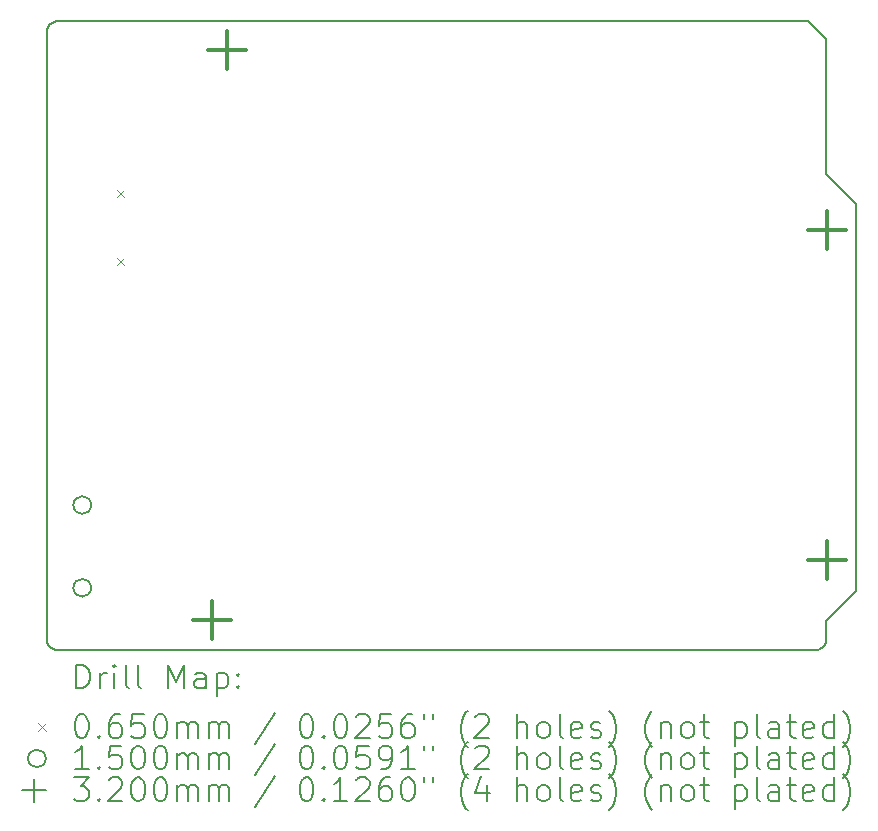
<source format=gbr>
%FSLAX45Y45*%
G04 Gerber Fmt 4.5, Leading zero omitted, Abs format (unit mm)*
G04 Created by KiCad (PCBNEW (6.0.1-0)) date 2023-01-23 19:01:23*
%MOMM*%
%LPD*%
G01*
G04 APERTURE LIST*
%TA.AperFunction,Profile*%
%ADD10C,0.200000*%
%TD*%
%ADD11C,0.200000*%
%ADD12C,0.065000*%
%ADD13C,0.150000*%
%ADD14C,0.320000*%
G04 APERTURE END LIST*
D10*
X8162936Y-7288295D02*
X8179864Y-7267135D01*
X15003702Y-8786365D02*
X15003702Y-12059692D01*
X8150241Y-12468064D02*
X8150241Y-7339077D01*
X8224298Y-7241744D02*
X8249689Y-7237513D01*
X14749792Y-12313602D02*
X14749792Y-12468064D01*
X14675735Y-12563281D02*
X14650344Y-12567513D01*
X14749792Y-12468064D02*
X14745560Y-12493455D01*
X8201023Y-12554817D02*
X8179864Y-12537890D01*
X8201023Y-7252324D02*
X8224298Y-7241744D01*
X8249689Y-12567513D02*
X8224298Y-12563281D01*
X8154473Y-7311570D02*
X8162936Y-7288295D01*
X15003702Y-12059692D02*
X14749792Y-12313602D01*
X8224298Y-12563281D02*
X8201023Y-12554817D01*
X14699010Y-12554817D02*
X14675735Y-12563281D01*
X14720169Y-12537890D02*
X14699010Y-12554817D01*
X8154473Y-12493455D02*
X8150241Y-12468064D01*
X8179864Y-7267135D02*
X8201023Y-7252324D01*
X8249689Y-7237513D02*
X14597446Y-7237513D01*
X8162936Y-12516731D02*
X8154473Y-12493455D01*
X14650344Y-12567513D02*
X8249689Y-12567513D01*
X14749792Y-7389859D02*
X14749792Y-8532455D01*
X8179864Y-12537890D02*
X8162936Y-12516731D01*
X14737097Y-12516731D02*
X14720169Y-12537890D01*
X14597446Y-7237513D02*
X14749792Y-7389859D01*
X14749792Y-8532455D02*
X15003702Y-8786365D01*
X14745560Y-12493455D02*
X14737097Y-12516731D01*
X8150241Y-7339077D02*
X8154473Y-7311570D01*
D11*
D12*
X8740600Y-8664800D02*
X8805600Y-8729800D01*
X8805600Y-8664800D02*
X8740600Y-8729800D01*
X8740600Y-9242800D02*
X8805600Y-9307800D01*
X8805600Y-9242800D02*
X8740600Y-9307800D01*
D13*
X8524100Y-11336300D02*
G75*
G03*
X8524100Y-11336300I-75000J0D01*
G01*
X8524100Y-12036300D02*
G75*
G03*
X8524100Y-12036300I-75000J0D01*
G01*
D14*
X9548600Y-12152300D02*
X9548600Y-12472300D01*
X9388600Y-12312300D02*
X9708600Y-12312300D01*
X9675600Y-7326300D02*
X9675600Y-7646300D01*
X9515600Y-7486300D02*
X9835600Y-7486300D01*
X14755600Y-8850300D02*
X14755600Y-9170300D01*
X14595600Y-9010300D02*
X14915600Y-9010300D01*
X14755600Y-11644300D02*
X14755600Y-11964300D01*
X14595600Y-11804300D02*
X14915600Y-11804300D01*
D11*
X8397860Y-12887989D02*
X8397860Y-12687989D01*
X8445479Y-12687989D01*
X8474050Y-12697513D01*
X8493098Y-12716560D01*
X8502622Y-12735608D01*
X8512146Y-12773703D01*
X8512146Y-12802274D01*
X8502622Y-12840370D01*
X8493098Y-12859417D01*
X8474050Y-12878465D01*
X8445479Y-12887989D01*
X8397860Y-12887989D01*
X8597860Y-12887989D02*
X8597860Y-12754655D01*
X8597860Y-12792751D02*
X8607384Y-12773703D01*
X8616907Y-12764179D01*
X8635955Y-12754655D01*
X8655003Y-12754655D01*
X8721669Y-12887989D02*
X8721669Y-12754655D01*
X8721669Y-12687989D02*
X8712146Y-12697513D01*
X8721669Y-12707036D01*
X8731193Y-12697513D01*
X8721669Y-12687989D01*
X8721669Y-12707036D01*
X8845479Y-12887989D02*
X8826431Y-12878465D01*
X8816907Y-12859417D01*
X8816907Y-12687989D01*
X8950241Y-12887989D02*
X8931193Y-12878465D01*
X8921669Y-12859417D01*
X8921669Y-12687989D01*
X9178812Y-12887989D02*
X9178812Y-12687989D01*
X9245479Y-12830846D01*
X9312146Y-12687989D01*
X9312146Y-12887989D01*
X9493098Y-12887989D02*
X9493098Y-12783227D01*
X9483574Y-12764179D01*
X9464527Y-12754655D01*
X9426431Y-12754655D01*
X9407384Y-12764179D01*
X9493098Y-12878465D02*
X9474050Y-12887989D01*
X9426431Y-12887989D01*
X9407384Y-12878465D01*
X9397860Y-12859417D01*
X9397860Y-12840370D01*
X9407384Y-12821322D01*
X9426431Y-12811798D01*
X9474050Y-12811798D01*
X9493098Y-12802274D01*
X9588336Y-12754655D02*
X9588336Y-12954655D01*
X9588336Y-12764179D02*
X9607384Y-12754655D01*
X9645479Y-12754655D01*
X9664527Y-12764179D01*
X9674050Y-12773703D01*
X9683574Y-12792751D01*
X9683574Y-12849893D01*
X9674050Y-12868941D01*
X9664527Y-12878465D01*
X9645479Y-12887989D01*
X9607384Y-12887989D01*
X9588336Y-12878465D01*
X9769288Y-12868941D02*
X9778812Y-12878465D01*
X9769288Y-12887989D01*
X9759765Y-12878465D01*
X9769288Y-12868941D01*
X9769288Y-12887989D01*
X9769288Y-12764179D02*
X9778812Y-12773703D01*
X9769288Y-12783227D01*
X9759765Y-12773703D01*
X9769288Y-12764179D01*
X9769288Y-12783227D01*
D12*
X8075241Y-13185013D02*
X8140241Y-13250013D01*
X8140241Y-13185013D02*
X8075241Y-13250013D01*
D11*
X8435955Y-13107989D02*
X8455003Y-13107989D01*
X8474050Y-13117513D01*
X8483574Y-13127036D01*
X8493098Y-13146084D01*
X8502622Y-13184179D01*
X8502622Y-13231798D01*
X8493098Y-13269893D01*
X8483574Y-13288941D01*
X8474050Y-13298465D01*
X8455003Y-13307989D01*
X8435955Y-13307989D01*
X8416907Y-13298465D01*
X8407384Y-13288941D01*
X8397860Y-13269893D01*
X8388336Y-13231798D01*
X8388336Y-13184179D01*
X8397860Y-13146084D01*
X8407384Y-13127036D01*
X8416907Y-13117513D01*
X8435955Y-13107989D01*
X8588336Y-13288941D02*
X8597860Y-13298465D01*
X8588336Y-13307989D01*
X8578812Y-13298465D01*
X8588336Y-13288941D01*
X8588336Y-13307989D01*
X8769288Y-13107989D02*
X8731193Y-13107989D01*
X8712146Y-13117513D01*
X8702622Y-13127036D01*
X8683574Y-13155608D01*
X8674050Y-13193703D01*
X8674050Y-13269893D01*
X8683574Y-13288941D01*
X8693098Y-13298465D01*
X8712146Y-13307989D01*
X8750241Y-13307989D01*
X8769288Y-13298465D01*
X8778812Y-13288941D01*
X8788336Y-13269893D01*
X8788336Y-13222274D01*
X8778812Y-13203227D01*
X8769288Y-13193703D01*
X8750241Y-13184179D01*
X8712146Y-13184179D01*
X8693098Y-13193703D01*
X8683574Y-13203227D01*
X8674050Y-13222274D01*
X8969288Y-13107989D02*
X8874050Y-13107989D01*
X8864527Y-13203227D01*
X8874050Y-13193703D01*
X8893098Y-13184179D01*
X8940717Y-13184179D01*
X8959765Y-13193703D01*
X8969288Y-13203227D01*
X8978812Y-13222274D01*
X8978812Y-13269893D01*
X8969288Y-13288941D01*
X8959765Y-13298465D01*
X8940717Y-13307989D01*
X8893098Y-13307989D01*
X8874050Y-13298465D01*
X8864527Y-13288941D01*
X9102622Y-13107989D02*
X9121669Y-13107989D01*
X9140717Y-13117513D01*
X9150241Y-13127036D01*
X9159765Y-13146084D01*
X9169288Y-13184179D01*
X9169288Y-13231798D01*
X9159765Y-13269893D01*
X9150241Y-13288941D01*
X9140717Y-13298465D01*
X9121669Y-13307989D01*
X9102622Y-13307989D01*
X9083574Y-13298465D01*
X9074050Y-13288941D01*
X9064527Y-13269893D01*
X9055003Y-13231798D01*
X9055003Y-13184179D01*
X9064527Y-13146084D01*
X9074050Y-13127036D01*
X9083574Y-13117513D01*
X9102622Y-13107989D01*
X9255003Y-13307989D02*
X9255003Y-13174655D01*
X9255003Y-13193703D02*
X9264527Y-13184179D01*
X9283574Y-13174655D01*
X9312146Y-13174655D01*
X9331193Y-13184179D01*
X9340717Y-13203227D01*
X9340717Y-13307989D01*
X9340717Y-13203227D02*
X9350241Y-13184179D01*
X9369288Y-13174655D01*
X9397860Y-13174655D01*
X9416907Y-13184179D01*
X9426431Y-13203227D01*
X9426431Y-13307989D01*
X9521669Y-13307989D02*
X9521669Y-13174655D01*
X9521669Y-13193703D02*
X9531193Y-13184179D01*
X9550241Y-13174655D01*
X9578812Y-13174655D01*
X9597860Y-13184179D01*
X9607384Y-13203227D01*
X9607384Y-13307989D01*
X9607384Y-13203227D02*
X9616907Y-13184179D01*
X9635955Y-13174655D01*
X9664527Y-13174655D01*
X9683574Y-13184179D01*
X9693098Y-13203227D01*
X9693098Y-13307989D01*
X10083574Y-13098465D02*
X9912146Y-13355608D01*
X10340717Y-13107989D02*
X10359765Y-13107989D01*
X10378812Y-13117513D01*
X10388336Y-13127036D01*
X10397860Y-13146084D01*
X10407384Y-13184179D01*
X10407384Y-13231798D01*
X10397860Y-13269893D01*
X10388336Y-13288941D01*
X10378812Y-13298465D01*
X10359765Y-13307989D01*
X10340717Y-13307989D01*
X10321669Y-13298465D01*
X10312146Y-13288941D01*
X10302622Y-13269893D01*
X10293098Y-13231798D01*
X10293098Y-13184179D01*
X10302622Y-13146084D01*
X10312146Y-13127036D01*
X10321669Y-13117513D01*
X10340717Y-13107989D01*
X10493098Y-13288941D02*
X10502622Y-13298465D01*
X10493098Y-13307989D01*
X10483574Y-13298465D01*
X10493098Y-13288941D01*
X10493098Y-13307989D01*
X10626431Y-13107989D02*
X10645479Y-13107989D01*
X10664527Y-13117513D01*
X10674050Y-13127036D01*
X10683574Y-13146084D01*
X10693098Y-13184179D01*
X10693098Y-13231798D01*
X10683574Y-13269893D01*
X10674050Y-13288941D01*
X10664527Y-13298465D01*
X10645479Y-13307989D01*
X10626431Y-13307989D01*
X10607384Y-13298465D01*
X10597860Y-13288941D01*
X10588336Y-13269893D01*
X10578812Y-13231798D01*
X10578812Y-13184179D01*
X10588336Y-13146084D01*
X10597860Y-13127036D01*
X10607384Y-13117513D01*
X10626431Y-13107989D01*
X10769288Y-13127036D02*
X10778812Y-13117513D01*
X10797860Y-13107989D01*
X10845479Y-13107989D01*
X10864527Y-13117513D01*
X10874050Y-13127036D01*
X10883574Y-13146084D01*
X10883574Y-13165132D01*
X10874050Y-13193703D01*
X10759765Y-13307989D01*
X10883574Y-13307989D01*
X11064527Y-13107989D02*
X10969288Y-13107989D01*
X10959765Y-13203227D01*
X10969288Y-13193703D01*
X10988336Y-13184179D01*
X11035955Y-13184179D01*
X11055003Y-13193703D01*
X11064527Y-13203227D01*
X11074050Y-13222274D01*
X11074050Y-13269893D01*
X11064527Y-13288941D01*
X11055003Y-13298465D01*
X11035955Y-13307989D01*
X10988336Y-13307989D01*
X10969288Y-13298465D01*
X10959765Y-13288941D01*
X11245479Y-13107989D02*
X11207384Y-13107989D01*
X11188336Y-13117513D01*
X11178812Y-13127036D01*
X11159765Y-13155608D01*
X11150241Y-13193703D01*
X11150241Y-13269893D01*
X11159765Y-13288941D01*
X11169288Y-13298465D01*
X11188336Y-13307989D01*
X11226431Y-13307989D01*
X11245479Y-13298465D01*
X11255003Y-13288941D01*
X11264526Y-13269893D01*
X11264526Y-13222274D01*
X11255003Y-13203227D01*
X11245479Y-13193703D01*
X11226431Y-13184179D01*
X11188336Y-13184179D01*
X11169288Y-13193703D01*
X11159765Y-13203227D01*
X11150241Y-13222274D01*
X11340717Y-13107989D02*
X11340717Y-13146084D01*
X11416907Y-13107989D02*
X11416907Y-13146084D01*
X11712145Y-13384179D02*
X11702622Y-13374655D01*
X11683574Y-13346084D01*
X11674050Y-13327036D01*
X11664526Y-13298465D01*
X11655003Y-13250846D01*
X11655003Y-13212751D01*
X11664526Y-13165132D01*
X11674050Y-13136560D01*
X11683574Y-13117513D01*
X11702622Y-13088941D01*
X11712145Y-13079417D01*
X11778812Y-13127036D02*
X11788336Y-13117513D01*
X11807384Y-13107989D01*
X11855003Y-13107989D01*
X11874050Y-13117513D01*
X11883574Y-13127036D01*
X11893098Y-13146084D01*
X11893098Y-13165132D01*
X11883574Y-13193703D01*
X11769288Y-13307989D01*
X11893098Y-13307989D01*
X12131193Y-13307989D02*
X12131193Y-13107989D01*
X12216907Y-13307989D02*
X12216907Y-13203227D01*
X12207384Y-13184179D01*
X12188336Y-13174655D01*
X12159765Y-13174655D01*
X12140717Y-13184179D01*
X12131193Y-13193703D01*
X12340717Y-13307989D02*
X12321669Y-13298465D01*
X12312145Y-13288941D01*
X12302622Y-13269893D01*
X12302622Y-13212751D01*
X12312145Y-13193703D01*
X12321669Y-13184179D01*
X12340717Y-13174655D01*
X12369288Y-13174655D01*
X12388336Y-13184179D01*
X12397860Y-13193703D01*
X12407384Y-13212751D01*
X12407384Y-13269893D01*
X12397860Y-13288941D01*
X12388336Y-13298465D01*
X12369288Y-13307989D01*
X12340717Y-13307989D01*
X12521669Y-13307989D02*
X12502622Y-13298465D01*
X12493098Y-13279417D01*
X12493098Y-13107989D01*
X12674050Y-13298465D02*
X12655003Y-13307989D01*
X12616907Y-13307989D01*
X12597860Y-13298465D01*
X12588336Y-13279417D01*
X12588336Y-13203227D01*
X12597860Y-13184179D01*
X12616907Y-13174655D01*
X12655003Y-13174655D01*
X12674050Y-13184179D01*
X12683574Y-13203227D01*
X12683574Y-13222274D01*
X12588336Y-13241322D01*
X12759765Y-13298465D02*
X12778812Y-13307989D01*
X12816907Y-13307989D01*
X12835955Y-13298465D01*
X12845479Y-13279417D01*
X12845479Y-13269893D01*
X12835955Y-13250846D01*
X12816907Y-13241322D01*
X12788336Y-13241322D01*
X12769288Y-13231798D01*
X12759765Y-13212751D01*
X12759765Y-13203227D01*
X12769288Y-13184179D01*
X12788336Y-13174655D01*
X12816907Y-13174655D01*
X12835955Y-13184179D01*
X12912145Y-13384179D02*
X12921669Y-13374655D01*
X12940717Y-13346084D01*
X12950241Y-13327036D01*
X12959765Y-13298465D01*
X12969288Y-13250846D01*
X12969288Y-13212751D01*
X12959765Y-13165132D01*
X12950241Y-13136560D01*
X12940717Y-13117513D01*
X12921669Y-13088941D01*
X12912145Y-13079417D01*
X13274050Y-13384179D02*
X13264526Y-13374655D01*
X13245479Y-13346084D01*
X13235955Y-13327036D01*
X13226431Y-13298465D01*
X13216907Y-13250846D01*
X13216907Y-13212751D01*
X13226431Y-13165132D01*
X13235955Y-13136560D01*
X13245479Y-13117513D01*
X13264526Y-13088941D01*
X13274050Y-13079417D01*
X13350241Y-13174655D02*
X13350241Y-13307989D01*
X13350241Y-13193703D02*
X13359765Y-13184179D01*
X13378812Y-13174655D01*
X13407384Y-13174655D01*
X13426431Y-13184179D01*
X13435955Y-13203227D01*
X13435955Y-13307989D01*
X13559765Y-13307989D02*
X13540717Y-13298465D01*
X13531193Y-13288941D01*
X13521669Y-13269893D01*
X13521669Y-13212751D01*
X13531193Y-13193703D01*
X13540717Y-13184179D01*
X13559765Y-13174655D01*
X13588336Y-13174655D01*
X13607384Y-13184179D01*
X13616907Y-13193703D01*
X13626431Y-13212751D01*
X13626431Y-13269893D01*
X13616907Y-13288941D01*
X13607384Y-13298465D01*
X13588336Y-13307989D01*
X13559765Y-13307989D01*
X13683574Y-13174655D02*
X13759765Y-13174655D01*
X13712145Y-13107989D02*
X13712145Y-13279417D01*
X13721669Y-13298465D01*
X13740717Y-13307989D01*
X13759765Y-13307989D01*
X13978812Y-13174655D02*
X13978812Y-13374655D01*
X13978812Y-13184179D02*
X13997860Y-13174655D01*
X14035955Y-13174655D01*
X14055003Y-13184179D01*
X14064526Y-13193703D01*
X14074050Y-13212751D01*
X14074050Y-13269893D01*
X14064526Y-13288941D01*
X14055003Y-13298465D01*
X14035955Y-13307989D01*
X13997860Y-13307989D01*
X13978812Y-13298465D01*
X14188336Y-13307989D02*
X14169288Y-13298465D01*
X14159765Y-13279417D01*
X14159765Y-13107989D01*
X14350241Y-13307989D02*
X14350241Y-13203227D01*
X14340717Y-13184179D01*
X14321669Y-13174655D01*
X14283574Y-13174655D01*
X14264526Y-13184179D01*
X14350241Y-13298465D02*
X14331193Y-13307989D01*
X14283574Y-13307989D01*
X14264526Y-13298465D01*
X14255003Y-13279417D01*
X14255003Y-13260370D01*
X14264526Y-13241322D01*
X14283574Y-13231798D01*
X14331193Y-13231798D01*
X14350241Y-13222274D01*
X14416907Y-13174655D02*
X14493098Y-13174655D01*
X14445479Y-13107989D02*
X14445479Y-13279417D01*
X14455003Y-13298465D01*
X14474050Y-13307989D01*
X14493098Y-13307989D01*
X14635955Y-13298465D02*
X14616907Y-13307989D01*
X14578812Y-13307989D01*
X14559765Y-13298465D01*
X14550241Y-13279417D01*
X14550241Y-13203227D01*
X14559765Y-13184179D01*
X14578812Y-13174655D01*
X14616907Y-13174655D01*
X14635955Y-13184179D01*
X14645479Y-13203227D01*
X14645479Y-13222274D01*
X14550241Y-13241322D01*
X14816907Y-13307989D02*
X14816907Y-13107989D01*
X14816907Y-13298465D02*
X14797860Y-13307989D01*
X14759765Y-13307989D01*
X14740717Y-13298465D01*
X14731193Y-13288941D01*
X14721669Y-13269893D01*
X14721669Y-13212751D01*
X14731193Y-13193703D01*
X14740717Y-13184179D01*
X14759765Y-13174655D01*
X14797860Y-13174655D01*
X14816907Y-13184179D01*
X14893098Y-13384179D02*
X14902622Y-13374655D01*
X14921669Y-13346084D01*
X14931193Y-13327036D01*
X14940717Y-13298465D01*
X14950241Y-13250846D01*
X14950241Y-13212751D01*
X14940717Y-13165132D01*
X14931193Y-13136560D01*
X14921669Y-13117513D01*
X14902622Y-13088941D01*
X14893098Y-13079417D01*
D13*
X8140241Y-13481513D02*
G75*
G03*
X8140241Y-13481513I-75000J0D01*
G01*
D11*
X8502622Y-13571989D02*
X8388336Y-13571989D01*
X8445479Y-13571989D02*
X8445479Y-13371989D01*
X8426431Y-13400560D01*
X8407384Y-13419608D01*
X8388336Y-13429132D01*
X8588336Y-13552941D02*
X8597860Y-13562465D01*
X8588336Y-13571989D01*
X8578812Y-13562465D01*
X8588336Y-13552941D01*
X8588336Y-13571989D01*
X8778812Y-13371989D02*
X8683574Y-13371989D01*
X8674050Y-13467227D01*
X8683574Y-13457703D01*
X8702622Y-13448179D01*
X8750241Y-13448179D01*
X8769288Y-13457703D01*
X8778812Y-13467227D01*
X8788336Y-13486274D01*
X8788336Y-13533893D01*
X8778812Y-13552941D01*
X8769288Y-13562465D01*
X8750241Y-13571989D01*
X8702622Y-13571989D01*
X8683574Y-13562465D01*
X8674050Y-13552941D01*
X8912146Y-13371989D02*
X8931193Y-13371989D01*
X8950241Y-13381513D01*
X8959765Y-13391036D01*
X8969288Y-13410084D01*
X8978812Y-13448179D01*
X8978812Y-13495798D01*
X8969288Y-13533893D01*
X8959765Y-13552941D01*
X8950241Y-13562465D01*
X8931193Y-13571989D01*
X8912146Y-13571989D01*
X8893098Y-13562465D01*
X8883574Y-13552941D01*
X8874050Y-13533893D01*
X8864527Y-13495798D01*
X8864527Y-13448179D01*
X8874050Y-13410084D01*
X8883574Y-13391036D01*
X8893098Y-13381513D01*
X8912146Y-13371989D01*
X9102622Y-13371989D02*
X9121669Y-13371989D01*
X9140717Y-13381513D01*
X9150241Y-13391036D01*
X9159765Y-13410084D01*
X9169288Y-13448179D01*
X9169288Y-13495798D01*
X9159765Y-13533893D01*
X9150241Y-13552941D01*
X9140717Y-13562465D01*
X9121669Y-13571989D01*
X9102622Y-13571989D01*
X9083574Y-13562465D01*
X9074050Y-13552941D01*
X9064527Y-13533893D01*
X9055003Y-13495798D01*
X9055003Y-13448179D01*
X9064527Y-13410084D01*
X9074050Y-13391036D01*
X9083574Y-13381513D01*
X9102622Y-13371989D01*
X9255003Y-13571989D02*
X9255003Y-13438655D01*
X9255003Y-13457703D02*
X9264527Y-13448179D01*
X9283574Y-13438655D01*
X9312146Y-13438655D01*
X9331193Y-13448179D01*
X9340717Y-13467227D01*
X9340717Y-13571989D01*
X9340717Y-13467227D02*
X9350241Y-13448179D01*
X9369288Y-13438655D01*
X9397860Y-13438655D01*
X9416907Y-13448179D01*
X9426431Y-13467227D01*
X9426431Y-13571989D01*
X9521669Y-13571989D02*
X9521669Y-13438655D01*
X9521669Y-13457703D02*
X9531193Y-13448179D01*
X9550241Y-13438655D01*
X9578812Y-13438655D01*
X9597860Y-13448179D01*
X9607384Y-13467227D01*
X9607384Y-13571989D01*
X9607384Y-13467227D02*
X9616907Y-13448179D01*
X9635955Y-13438655D01*
X9664527Y-13438655D01*
X9683574Y-13448179D01*
X9693098Y-13467227D01*
X9693098Y-13571989D01*
X10083574Y-13362465D02*
X9912146Y-13619608D01*
X10340717Y-13371989D02*
X10359765Y-13371989D01*
X10378812Y-13381513D01*
X10388336Y-13391036D01*
X10397860Y-13410084D01*
X10407384Y-13448179D01*
X10407384Y-13495798D01*
X10397860Y-13533893D01*
X10388336Y-13552941D01*
X10378812Y-13562465D01*
X10359765Y-13571989D01*
X10340717Y-13571989D01*
X10321669Y-13562465D01*
X10312146Y-13552941D01*
X10302622Y-13533893D01*
X10293098Y-13495798D01*
X10293098Y-13448179D01*
X10302622Y-13410084D01*
X10312146Y-13391036D01*
X10321669Y-13381513D01*
X10340717Y-13371989D01*
X10493098Y-13552941D02*
X10502622Y-13562465D01*
X10493098Y-13571989D01*
X10483574Y-13562465D01*
X10493098Y-13552941D01*
X10493098Y-13571989D01*
X10626431Y-13371989D02*
X10645479Y-13371989D01*
X10664527Y-13381513D01*
X10674050Y-13391036D01*
X10683574Y-13410084D01*
X10693098Y-13448179D01*
X10693098Y-13495798D01*
X10683574Y-13533893D01*
X10674050Y-13552941D01*
X10664527Y-13562465D01*
X10645479Y-13571989D01*
X10626431Y-13571989D01*
X10607384Y-13562465D01*
X10597860Y-13552941D01*
X10588336Y-13533893D01*
X10578812Y-13495798D01*
X10578812Y-13448179D01*
X10588336Y-13410084D01*
X10597860Y-13391036D01*
X10607384Y-13381513D01*
X10626431Y-13371989D01*
X10874050Y-13371989D02*
X10778812Y-13371989D01*
X10769288Y-13467227D01*
X10778812Y-13457703D01*
X10797860Y-13448179D01*
X10845479Y-13448179D01*
X10864527Y-13457703D01*
X10874050Y-13467227D01*
X10883574Y-13486274D01*
X10883574Y-13533893D01*
X10874050Y-13552941D01*
X10864527Y-13562465D01*
X10845479Y-13571989D01*
X10797860Y-13571989D01*
X10778812Y-13562465D01*
X10769288Y-13552941D01*
X10978812Y-13571989D02*
X11016907Y-13571989D01*
X11035955Y-13562465D01*
X11045479Y-13552941D01*
X11064527Y-13524370D01*
X11074050Y-13486274D01*
X11074050Y-13410084D01*
X11064527Y-13391036D01*
X11055003Y-13381513D01*
X11035955Y-13371989D01*
X10997860Y-13371989D01*
X10978812Y-13381513D01*
X10969288Y-13391036D01*
X10959765Y-13410084D01*
X10959765Y-13457703D01*
X10969288Y-13476751D01*
X10978812Y-13486274D01*
X10997860Y-13495798D01*
X11035955Y-13495798D01*
X11055003Y-13486274D01*
X11064527Y-13476751D01*
X11074050Y-13457703D01*
X11264526Y-13571989D02*
X11150241Y-13571989D01*
X11207384Y-13571989D02*
X11207384Y-13371989D01*
X11188336Y-13400560D01*
X11169288Y-13419608D01*
X11150241Y-13429132D01*
X11340717Y-13371989D02*
X11340717Y-13410084D01*
X11416907Y-13371989D02*
X11416907Y-13410084D01*
X11712145Y-13648179D02*
X11702622Y-13638655D01*
X11683574Y-13610084D01*
X11674050Y-13591036D01*
X11664526Y-13562465D01*
X11655003Y-13514846D01*
X11655003Y-13476751D01*
X11664526Y-13429132D01*
X11674050Y-13400560D01*
X11683574Y-13381513D01*
X11702622Y-13352941D01*
X11712145Y-13343417D01*
X11778812Y-13391036D02*
X11788336Y-13381513D01*
X11807384Y-13371989D01*
X11855003Y-13371989D01*
X11874050Y-13381513D01*
X11883574Y-13391036D01*
X11893098Y-13410084D01*
X11893098Y-13429132D01*
X11883574Y-13457703D01*
X11769288Y-13571989D01*
X11893098Y-13571989D01*
X12131193Y-13571989D02*
X12131193Y-13371989D01*
X12216907Y-13571989D02*
X12216907Y-13467227D01*
X12207384Y-13448179D01*
X12188336Y-13438655D01*
X12159765Y-13438655D01*
X12140717Y-13448179D01*
X12131193Y-13457703D01*
X12340717Y-13571989D02*
X12321669Y-13562465D01*
X12312145Y-13552941D01*
X12302622Y-13533893D01*
X12302622Y-13476751D01*
X12312145Y-13457703D01*
X12321669Y-13448179D01*
X12340717Y-13438655D01*
X12369288Y-13438655D01*
X12388336Y-13448179D01*
X12397860Y-13457703D01*
X12407384Y-13476751D01*
X12407384Y-13533893D01*
X12397860Y-13552941D01*
X12388336Y-13562465D01*
X12369288Y-13571989D01*
X12340717Y-13571989D01*
X12521669Y-13571989D02*
X12502622Y-13562465D01*
X12493098Y-13543417D01*
X12493098Y-13371989D01*
X12674050Y-13562465D02*
X12655003Y-13571989D01*
X12616907Y-13571989D01*
X12597860Y-13562465D01*
X12588336Y-13543417D01*
X12588336Y-13467227D01*
X12597860Y-13448179D01*
X12616907Y-13438655D01*
X12655003Y-13438655D01*
X12674050Y-13448179D01*
X12683574Y-13467227D01*
X12683574Y-13486274D01*
X12588336Y-13505322D01*
X12759765Y-13562465D02*
X12778812Y-13571989D01*
X12816907Y-13571989D01*
X12835955Y-13562465D01*
X12845479Y-13543417D01*
X12845479Y-13533893D01*
X12835955Y-13514846D01*
X12816907Y-13505322D01*
X12788336Y-13505322D01*
X12769288Y-13495798D01*
X12759765Y-13476751D01*
X12759765Y-13467227D01*
X12769288Y-13448179D01*
X12788336Y-13438655D01*
X12816907Y-13438655D01*
X12835955Y-13448179D01*
X12912145Y-13648179D02*
X12921669Y-13638655D01*
X12940717Y-13610084D01*
X12950241Y-13591036D01*
X12959765Y-13562465D01*
X12969288Y-13514846D01*
X12969288Y-13476751D01*
X12959765Y-13429132D01*
X12950241Y-13400560D01*
X12940717Y-13381513D01*
X12921669Y-13352941D01*
X12912145Y-13343417D01*
X13274050Y-13648179D02*
X13264526Y-13638655D01*
X13245479Y-13610084D01*
X13235955Y-13591036D01*
X13226431Y-13562465D01*
X13216907Y-13514846D01*
X13216907Y-13476751D01*
X13226431Y-13429132D01*
X13235955Y-13400560D01*
X13245479Y-13381513D01*
X13264526Y-13352941D01*
X13274050Y-13343417D01*
X13350241Y-13438655D02*
X13350241Y-13571989D01*
X13350241Y-13457703D02*
X13359765Y-13448179D01*
X13378812Y-13438655D01*
X13407384Y-13438655D01*
X13426431Y-13448179D01*
X13435955Y-13467227D01*
X13435955Y-13571989D01*
X13559765Y-13571989D02*
X13540717Y-13562465D01*
X13531193Y-13552941D01*
X13521669Y-13533893D01*
X13521669Y-13476751D01*
X13531193Y-13457703D01*
X13540717Y-13448179D01*
X13559765Y-13438655D01*
X13588336Y-13438655D01*
X13607384Y-13448179D01*
X13616907Y-13457703D01*
X13626431Y-13476751D01*
X13626431Y-13533893D01*
X13616907Y-13552941D01*
X13607384Y-13562465D01*
X13588336Y-13571989D01*
X13559765Y-13571989D01*
X13683574Y-13438655D02*
X13759765Y-13438655D01*
X13712145Y-13371989D02*
X13712145Y-13543417D01*
X13721669Y-13562465D01*
X13740717Y-13571989D01*
X13759765Y-13571989D01*
X13978812Y-13438655D02*
X13978812Y-13638655D01*
X13978812Y-13448179D02*
X13997860Y-13438655D01*
X14035955Y-13438655D01*
X14055003Y-13448179D01*
X14064526Y-13457703D01*
X14074050Y-13476751D01*
X14074050Y-13533893D01*
X14064526Y-13552941D01*
X14055003Y-13562465D01*
X14035955Y-13571989D01*
X13997860Y-13571989D01*
X13978812Y-13562465D01*
X14188336Y-13571989D02*
X14169288Y-13562465D01*
X14159765Y-13543417D01*
X14159765Y-13371989D01*
X14350241Y-13571989D02*
X14350241Y-13467227D01*
X14340717Y-13448179D01*
X14321669Y-13438655D01*
X14283574Y-13438655D01*
X14264526Y-13448179D01*
X14350241Y-13562465D02*
X14331193Y-13571989D01*
X14283574Y-13571989D01*
X14264526Y-13562465D01*
X14255003Y-13543417D01*
X14255003Y-13524370D01*
X14264526Y-13505322D01*
X14283574Y-13495798D01*
X14331193Y-13495798D01*
X14350241Y-13486274D01*
X14416907Y-13438655D02*
X14493098Y-13438655D01*
X14445479Y-13371989D02*
X14445479Y-13543417D01*
X14455003Y-13562465D01*
X14474050Y-13571989D01*
X14493098Y-13571989D01*
X14635955Y-13562465D02*
X14616907Y-13571989D01*
X14578812Y-13571989D01*
X14559765Y-13562465D01*
X14550241Y-13543417D01*
X14550241Y-13467227D01*
X14559765Y-13448179D01*
X14578812Y-13438655D01*
X14616907Y-13438655D01*
X14635955Y-13448179D01*
X14645479Y-13467227D01*
X14645479Y-13486274D01*
X14550241Y-13505322D01*
X14816907Y-13571989D02*
X14816907Y-13371989D01*
X14816907Y-13562465D02*
X14797860Y-13571989D01*
X14759765Y-13571989D01*
X14740717Y-13562465D01*
X14731193Y-13552941D01*
X14721669Y-13533893D01*
X14721669Y-13476751D01*
X14731193Y-13457703D01*
X14740717Y-13448179D01*
X14759765Y-13438655D01*
X14797860Y-13438655D01*
X14816907Y-13448179D01*
X14893098Y-13648179D02*
X14902622Y-13638655D01*
X14921669Y-13610084D01*
X14931193Y-13591036D01*
X14940717Y-13562465D01*
X14950241Y-13514846D01*
X14950241Y-13476751D01*
X14940717Y-13429132D01*
X14931193Y-13400560D01*
X14921669Y-13381513D01*
X14902622Y-13352941D01*
X14893098Y-13343417D01*
X8040241Y-13651513D02*
X8040241Y-13851513D01*
X7940241Y-13751513D02*
X8140241Y-13751513D01*
X8378812Y-13641989D02*
X8502622Y-13641989D01*
X8435955Y-13718179D01*
X8464527Y-13718179D01*
X8483574Y-13727703D01*
X8493098Y-13737227D01*
X8502622Y-13756274D01*
X8502622Y-13803893D01*
X8493098Y-13822941D01*
X8483574Y-13832465D01*
X8464527Y-13841989D01*
X8407384Y-13841989D01*
X8388336Y-13832465D01*
X8378812Y-13822941D01*
X8588336Y-13822941D02*
X8597860Y-13832465D01*
X8588336Y-13841989D01*
X8578812Y-13832465D01*
X8588336Y-13822941D01*
X8588336Y-13841989D01*
X8674050Y-13661036D02*
X8683574Y-13651513D01*
X8702622Y-13641989D01*
X8750241Y-13641989D01*
X8769288Y-13651513D01*
X8778812Y-13661036D01*
X8788336Y-13680084D01*
X8788336Y-13699132D01*
X8778812Y-13727703D01*
X8664527Y-13841989D01*
X8788336Y-13841989D01*
X8912146Y-13641989D02*
X8931193Y-13641989D01*
X8950241Y-13651513D01*
X8959765Y-13661036D01*
X8969288Y-13680084D01*
X8978812Y-13718179D01*
X8978812Y-13765798D01*
X8969288Y-13803893D01*
X8959765Y-13822941D01*
X8950241Y-13832465D01*
X8931193Y-13841989D01*
X8912146Y-13841989D01*
X8893098Y-13832465D01*
X8883574Y-13822941D01*
X8874050Y-13803893D01*
X8864527Y-13765798D01*
X8864527Y-13718179D01*
X8874050Y-13680084D01*
X8883574Y-13661036D01*
X8893098Y-13651513D01*
X8912146Y-13641989D01*
X9102622Y-13641989D02*
X9121669Y-13641989D01*
X9140717Y-13651513D01*
X9150241Y-13661036D01*
X9159765Y-13680084D01*
X9169288Y-13718179D01*
X9169288Y-13765798D01*
X9159765Y-13803893D01*
X9150241Y-13822941D01*
X9140717Y-13832465D01*
X9121669Y-13841989D01*
X9102622Y-13841989D01*
X9083574Y-13832465D01*
X9074050Y-13822941D01*
X9064527Y-13803893D01*
X9055003Y-13765798D01*
X9055003Y-13718179D01*
X9064527Y-13680084D01*
X9074050Y-13661036D01*
X9083574Y-13651513D01*
X9102622Y-13641989D01*
X9255003Y-13841989D02*
X9255003Y-13708655D01*
X9255003Y-13727703D02*
X9264527Y-13718179D01*
X9283574Y-13708655D01*
X9312146Y-13708655D01*
X9331193Y-13718179D01*
X9340717Y-13737227D01*
X9340717Y-13841989D01*
X9340717Y-13737227D02*
X9350241Y-13718179D01*
X9369288Y-13708655D01*
X9397860Y-13708655D01*
X9416907Y-13718179D01*
X9426431Y-13737227D01*
X9426431Y-13841989D01*
X9521669Y-13841989D02*
X9521669Y-13708655D01*
X9521669Y-13727703D02*
X9531193Y-13718179D01*
X9550241Y-13708655D01*
X9578812Y-13708655D01*
X9597860Y-13718179D01*
X9607384Y-13737227D01*
X9607384Y-13841989D01*
X9607384Y-13737227D02*
X9616907Y-13718179D01*
X9635955Y-13708655D01*
X9664527Y-13708655D01*
X9683574Y-13718179D01*
X9693098Y-13737227D01*
X9693098Y-13841989D01*
X10083574Y-13632465D02*
X9912146Y-13889608D01*
X10340717Y-13641989D02*
X10359765Y-13641989D01*
X10378812Y-13651513D01*
X10388336Y-13661036D01*
X10397860Y-13680084D01*
X10407384Y-13718179D01*
X10407384Y-13765798D01*
X10397860Y-13803893D01*
X10388336Y-13822941D01*
X10378812Y-13832465D01*
X10359765Y-13841989D01*
X10340717Y-13841989D01*
X10321669Y-13832465D01*
X10312146Y-13822941D01*
X10302622Y-13803893D01*
X10293098Y-13765798D01*
X10293098Y-13718179D01*
X10302622Y-13680084D01*
X10312146Y-13661036D01*
X10321669Y-13651513D01*
X10340717Y-13641989D01*
X10493098Y-13822941D02*
X10502622Y-13832465D01*
X10493098Y-13841989D01*
X10483574Y-13832465D01*
X10493098Y-13822941D01*
X10493098Y-13841989D01*
X10693098Y-13841989D02*
X10578812Y-13841989D01*
X10635955Y-13841989D02*
X10635955Y-13641989D01*
X10616907Y-13670560D01*
X10597860Y-13689608D01*
X10578812Y-13699132D01*
X10769288Y-13661036D02*
X10778812Y-13651513D01*
X10797860Y-13641989D01*
X10845479Y-13641989D01*
X10864527Y-13651513D01*
X10874050Y-13661036D01*
X10883574Y-13680084D01*
X10883574Y-13699132D01*
X10874050Y-13727703D01*
X10759765Y-13841989D01*
X10883574Y-13841989D01*
X11055003Y-13641989D02*
X11016907Y-13641989D01*
X10997860Y-13651513D01*
X10988336Y-13661036D01*
X10969288Y-13689608D01*
X10959765Y-13727703D01*
X10959765Y-13803893D01*
X10969288Y-13822941D01*
X10978812Y-13832465D01*
X10997860Y-13841989D01*
X11035955Y-13841989D01*
X11055003Y-13832465D01*
X11064527Y-13822941D01*
X11074050Y-13803893D01*
X11074050Y-13756274D01*
X11064527Y-13737227D01*
X11055003Y-13727703D01*
X11035955Y-13718179D01*
X10997860Y-13718179D01*
X10978812Y-13727703D01*
X10969288Y-13737227D01*
X10959765Y-13756274D01*
X11197860Y-13641989D02*
X11216907Y-13641989D01*
X11235955Y-13651513D01*
X11245479Y-13661036D01*
X11255003Y-13680084D01*
X11264526Y-13718179D01*
X11264526Y-13765798D01*
X11255003Y-13803893D01*
X11245479Y-13822941D01*
X11235955Y-13832465D01*
X11216907Y-13841989D01*
X11197860Y-13841989D01*
X11178812Y-13832465D01*
X11169288Y-13822941D01*
X11159765Y-13803893D01*
X11150241Y-13765798D01*
X11150241Y-13718179D01*
X11159765Y-13680084D01*
X11169288Y-13661036D01*
X11178812Y-13651513D01*
X11197860Y-13641989D01*
X11340717Y-13641989D02*
X11340717Y-13680084D01*
X11416907Y-13641989D02*
X11416907Y-13680084D01*
X11712145Y-13918179D02*
X11702622Y-13908655D01*
X11683574Y-13880084D01*
X11674050Y-13861036D01*
X11664526Y-13832465D01*
X11655003Y-13784846D01*
X11655003Y-13746751D01*
X11664526Y-13699132D01*
X11674050Y-13670560D01*
X11683574Y-13651513D01*
X11702622Y-13622941D01*
X11712145Y-13613417D01*
X11874050Y-13708655D02*
X11874050Y-13841989D01*
X11826431Y-13632465D02*
X11778812Y-13775322D01*
X11902622Y-13775322D01*
X12131193Y-13841989D02*
X12131193Y-13641989D01*
X12216907Y-13841989D02*
X12216907Y-13737227D01*
X12207384Y-13718179D01*
X12188336Y-13708655D01*
X12159765Y-13708655D01*
X12140717Y-13718179D01*
X12131193Y-13727703D01*
X12340717Y-13841989D02*
X12321669Y-13832465D01*
X12312145Y-13822941D01*
X12302622Y-13803893D01*
X12302622Y-13746751D01*
X12312145Y-13727703D01*
X12321669Y-13718179D01*
X12340717Y-13708655D01*
X12369288Y-13708655D01*
X12388336Y-13718179D01*
X12397860Y-13727703D01*
X12407384Y-13746751D01*
X12407384Y-13803893D01*
X12397860Y-13822941D01*
X12388336Y-13832465D01*
X12369288Y-13841989D01*
X12340717Y-13841989D01*
X12521669Y-13841989D02*
X12502622Y-13832465D01*
X12493098Y-13813417D01*
X12493098Y-13641989D01*
X12674050Y-13832465D02*
X12655003Y-13841989D01*
X12616907Y-13841989D01*
X12597860Y-13832465D01*
X12588336Y-13813417D01*
X12588336Y-13737227D01*
X12597860Y-13718179D01*
X12616907Y-13708655D01*
X12655003Y-13708655D01*
X12674050Y-13718179D01*
X12683574Y-13737227D01*
X12683574Y-13756274D01*
X12588336Y-13775322D01*
X12759765Y-13832465D02*
X12778812Y-13841989D01*
X12816907Y-13841989D01*
X12835955Y-13832465D01*
X12845479Y-13813417D01*
X12845479Y-13803893D01*
X12835955Y-13784846D01*
X12816907Y-13775322D01*
X12788336Y-13775322D01*
X12769288Y-13765798D01*
X12759765Y-13746751D01*
X12759765Y-13737227D01*
X12769288Y-13718179D01*
X12788336Y-13708655D01*
X12816907Y-13708655D01*
X12835955Y-13718179D01*
X12912145Y-13918179D02*
X12921669Y-13908655D01*
X12940717Y-13880084D01*
X12950241Y-13861036D01*
X12959765Y-13832465D01*
X12969288Y-13784846D01*
X12969288Y-13746751D01*
X12959765Y-13699132D01*
X12950241Y-13670560D01*
X12940717Y-13651513D01*
X12921669Y-13622941D01*
X12912145Y-13613417D01*
X13274050Y-13918179D02*
X13264526Y-13908655D01*
X13245479Y-13880084D01*
X13235955Y-13861036D01*
X13226431Y-13832465D01*
X13216907Y-13784846D01*
X13216907Y-13746751D01*
X13226431Y-13699132D01*
X13235955Y-13670560D01*
X13245479Y-13651513D01*
X13264526Y-13622941D01*
X13274050Y-13613417D01*
X13350241Y-13708655D02*
X13350241Y-13841989D01*
X13350241Y-13727703D02*
X13359765Y-13718179D01*
X13378812Y-13708655D01*
X13407384Y-13708655D01*
X13426431Y-13718179D01*
X13435955Y-13737227D01*
X13435955Y-13841989D01*
X13559765Y-13841989D02*
X13540717Y-13832465D01*
X13531193Y-13822941D01*
X13521669Y-13803893D01*
X13521669Y-13746751D01*
X13531193Y-13727703D01*
X13540717Y-13718179D01*
X13559765Y-13708655D01*
X13588336Y-13708655D01*
X13607384Y-13718179D01*
X13616907Y-13727703D01*
X13626431Y-13746751D01*
X13626431Y-13803893D01*
X13616907Y-13822941D01*
X13607384Y-13832465D01*
X13588336Y-13841989D01*
X13559765Y-13841989D01*
X13683574Y-13708655D02*
X13759765Y-13708655D01*
X13712145Y-13641989D02*
X13712145Y-13813417D01*
X13721669Y-13832465D01*
X13740717Y-13841989D01*
X13759765Y-13841989D01*
X13978812Y-13708655D02*
X13978812Y-13908655D01*
X13978812Y-13718179D02*
X13997860Y-13708655D01*
X14035955Y-13708655D01*
X14055003Y-13718179D01*
X14064526Y-13727703D01*
X14074050Y-13746751D01*
X14074050Y-13803893D01*
X14064526Y-13822941D01*
X14055003Y-13832465D01*
X14035955Y-13841989D01*
X13997860Y-13841989D01*
X13978812Y-13832465D01*
X14188336Y-13841989D02*
X14169288Y-13832465D01*
X14159765Y-13813417D01*
X14159765Y-13641989D01*
X14350241Y-13841989D02*
X14350241Y-13737227D01*
X14340717Y-13718179D01*
X14321669Y-13708655D01*
X14283574Y-13708655D01*
X14264526Y-13718179D01*
X14350241Y-13832465D02*
X14331193Y-13841989D01*
X14283574Y-13841989D01*
X14264526Y-13832465D01*
X14255003Y-13813417D01*
X14255003Y-13794370D01*
X14264526Y-13775322D01*
X14283574Y-13765798D01*
X14331193Y-13765798D01*
X14350241Y-13756274D01*
X14416907Y-13708655D02*
X14493098Y-13708655D01*
X14445479Y-13641989D02*
X14445479Y-13813417D01*
X14455003Y-13832465D01*
X14474050Y-13841989D01*
X14493098Y-13841989D01*
X14635955Y-13832465D02*
X14616907Y-13841989D01*
X14578812Y-13841989D01*
X14559765Y-13832465D01*
X14550241Y-13813417D01*
X14550241Y-13737227D01*
X14559765Y-13718179D01*
X14578812Y-13708655D01*
X14616907Y-13708655D01*
X14635955Y-13718179D01*
X14645479Y-13737227D01*
X14645479Y-13756274D01*
X14550241Y-13775322D01*
X14816907Y-13841989D02*
X14816907Y-13641989D01*
X14816907Y-13832465D02*
X14797860Y-13841989D01*
X14759765Y-13841989D01*
X14740717Y-13832465D01*
X14731193Y-13822941D01*
X14721669Y-13803893D01*
X14721669Y-13746751D01*
X14731193Y-13727703D01*
X14740717Y-13718179D01*
X14759765Y-13708655D01*
X14797860Y-13708655D01*
X14816907Y-13718179D01*
X14893098Y-13918179D02*
X14902622Y-13908655D01*
X14921669Y-13880084D01*
X14931193Y-13861036D01*
X14940717Y-13832465D01*
X14950241Y-13784846D01*
X14950241Y-13746751D01*
X14940717Y-13699132D01*
X14931193Y-13670560D01*
X14921669Y-13651513D01*
X14902622Y-13622941D01*
X14893098Y-13613417D01*
M02*

</source>
